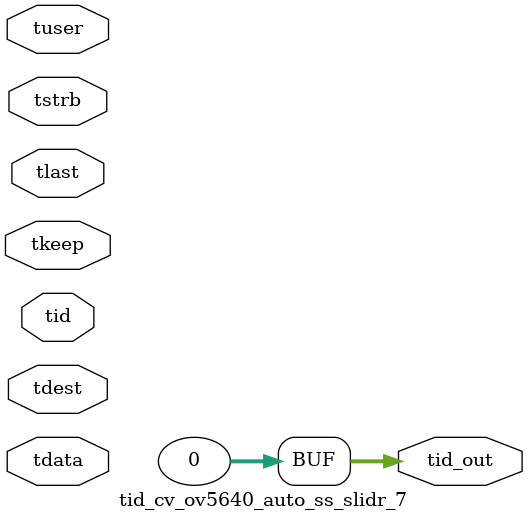
<source format=v>


`timescale 1ps/1ps

module tid_cv_ov5640_auto_ss_slidr_7 #
(
parameter C_S_AXIS_TID_WIDTH   = 1,
parameter C_S_AXIS_TUSER_WIDTH = 0,
parameter C_S_AXIS_TDATA_WIDTH = 0,
parameter C_S_AXIS_TDEST_WIDTH = 0,
parameter C_M_AXIS_TID_WIDTH   = 32
)
(
input  [(C_S_AXIS_TID_WIDTH   == 0 ? 1 : C_S_AXIS_TID_WIDTH)-1:0       ] tid,
input  [(C_S_AXIS_TDATA_WIDTH == 0 ? 1 : C_S_AXIS_TDATA_WIDTH)-1:0     ] tdata,
input  [(C_S_AXIS_TUSER_WIDTH == 0 ? 1 : C_S_AXIS_TUSER_WIDTH)-1:0     ] tuser,
input  [(C_S_AXIS_TDEST_WIDTH == 0 ? 1 : C_S_AXIS_TDEST_WIDTH)-1:0     ] tdest,
input  [(C_S_AXIS_TDATA_WIDTH/8)-1:0 ] tkeep,
input  [(C_S_AXIS_TDATA_WIDTH/8)-1:0 ] tstrb,
input                                                                    tlast,
output [(C_M_AXIS_TID_WIDTH   == 0 ? 1 : C_M_AXIS_TID_WIDTH)-1:0       ] tid_out
);

assign tid_out = {1'b0};

endmodule


</source>
